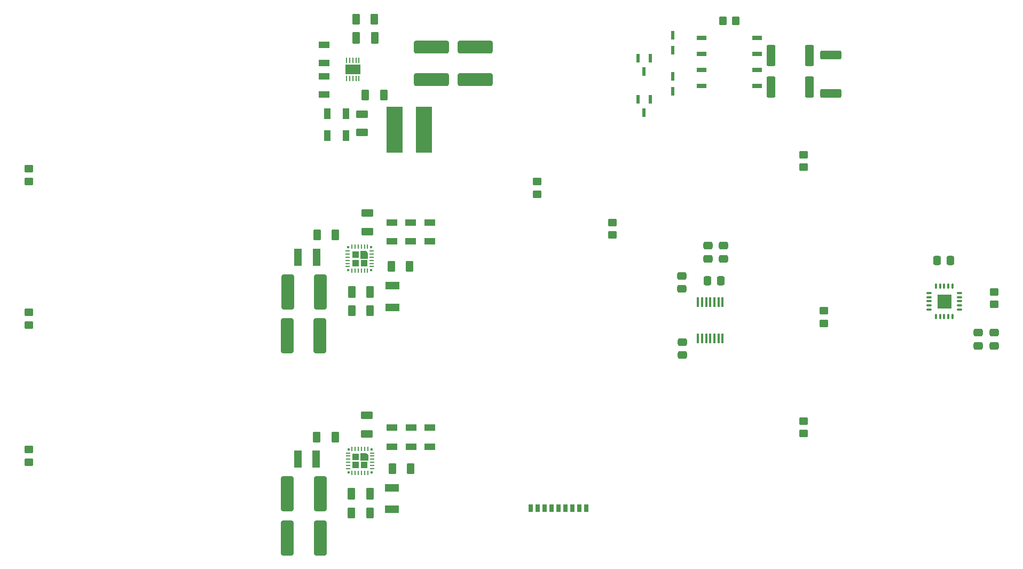
<source format=gbr>
%TF.GenerationSoftware,KiCad,Pcbnew,9.0.7*%
%TF.CreationDate,2026-02-03T01:52:57-04:00*%
%TF.ProjectId,power regulation,706f7765-7220-4726-9567-756c6174696f,1*%
%TF.SameCoordinates,Original*%
%TF.FileFunction,Paste,Top*%
%TF.FilePolarity,Positive*%
%FSLAX46Y46*%
G04 Gerber Fmt 4.6, Leading zero omitted, Abs format (unit mm)*
G04 Created by KiCad (PCBNEW 9.0.7) date 2026-02-03 01:52:57*
%MOMM*%
%LPD*%
G01*
G04 APERTURE LIST*
G04 Aperture macros list*
%AMRoundRect*
0 Rectangle with rounded corners*
0 $1 Rounding radius*
0 $2 $3 $4 $5 $6 $7 $8 $9 X,Y pos of 4 corners*
0 Add a 4 corners polygon primitive as box body*
4,1,4,$2,$3,$4,$5,$6,$7,$8,$9,$2,$3,0*
0 Add four circle primitives for the rounded corners*
1,1,$1+$1,$2,$3*
1,1,$1+$1,$4,$5*
1,1,$1+$1,$6,$7*
1,1,$1+$1,$8,$9*
0 Add four rect primitives between the rounded corners*
20,1,$1+$1,$2,$3,$4,$5,0*
20,1,$1+$1,$4,$5,$6,$7,0*
20,1,$1+$1,$6,$7,$8,$9,0*
20,1,$1+$1,$8,$9,$2,$3,0*%
G04 Aperture macros list end*
%ADD10C,0.010000*%
%ADD11R,1.803400X1.117600*%
%ADD12RoundRect,0.250000X0.450000X-0.350000X0.450000X0.350000X-0.450000X0.350000X-0.450000X-0.350000X0*%
%ADD13RoundRect,0.250000X-0.475000X0.337500X-0.475000X-0.337500X0.475000X-0.337500X0.475000X0.337500X0*%
%ADD14R,0.584200X1.473200*%
%ADD15RoundRect,0.250000X-0.750000X-2.510000X0.750000X-2.510000X0.750000X2.510000X-0.750000X2.510000X0*%
%ADD16R,1.168400X2.692400*%
%ADD17RoundRect,0.150000X0.450000X0.760000X-0.450000X0.760000X-0.450000X-0.760000X0.450000X-0.760000X0*%
%ADD18R,1.770000X1.050000*%
%ADD19R,1.050000X1.770000*%
%ADD20RoundRect,0.249999X1.425001X-0.450001X1.425001X0.450001X-1.425001X0.450001X-1.425001X-0.450001X0*%
%ADD21R,2.300000X1.250000*%
%ADD22RoundRect,0.250000X2.510000X-0.750000X2.510000X0.750000X-2.510000X0.750000X-2.510000X-0.750000X0*%
%ADD23RoundRect,0.250000X-0.350000X-0.450000X0.350000X-0.450000X0.350000X0.450000X-0.350000X0.450000X0*%
%ADD24R,0.508000X1.320800*%
%ADD25R,1.117600X1.803400*%
%ADD26RoundRect,0.150000X-0.760000X0.450000X-0.760000X-0.450000X0.760000X-0.450000X0.760000X0.450000X0*%
%ADD27RoundRect,0.145000X-0.435000X-0.740000X0.435000X-0.740000X0.435000X0.740000X-0.435000X0.740000X0*%
%ADD28R,1.770000X1.140000*%
%ADD29R,1.650000X0.700000*%
%ADD30RoundRect,0.040000X0.380000X0.120000X-0.380000X0.120000X-0.380000X-0.120000X0.380000X-0.120000X0*%
%ADD31RoundRect,0.040000X0.120000X0.380000X-0.120000X0.380000X-0.120000X-0.380000X0.120000X-0.380000X0*%
%ADD32RoundRect,0.250000X0.475000X-0.337500X0.475000X0.337500X-0.475000X0.337500X-0.475000X-0.337500X0*%
%ADD33RoundRect,0.145000X0.435000X0.740000X-0.435000X0.740000X-0.435000X-0.740000X0.435000X-0.740000X0*%
%ADD34RoundRect,0.249999X-0.450001X-1.425001X0.450001X-1.425001X0.450001X1.425001X-0.450001X1.425001X0*%
%ADD35R,0.700000X1.200000*%
%ADD36RoundRect,0.250000X0.337500X0.475000X-0.337500X0.475000X-0.337500X-0.475000X0.337500X-0.475000X0*%
%ADD37R,1.770000X1.130000*%
%ADD38RoundRect,0.250000X-0.450000X0.350000X-0.450000X-0.350000X0.450000X-0.350000X0.450000X0.350000X0*%
%ADD39R,0.250000X0.700000*%
%ADD40R,0.700000X0.250000*%
%ADD41R,1.125000X1.125000*%
%ADD42R,0.375000X0.375000*%
%ADD43R,0.254000X0.812800*%
%ADD44R,2.483491X1.558110*%
%ADD45RoundRect,0.150000X0.760000X-0.450000X0.760000X0.450000X-0.760000X0.450000X-0.760000X-0.450000X0*%
%ADD46RoundRect,0.051250X-0.153750X0.698750X-0.153750X-0.698750X0.153750X-0.698750X0.153750X0.698750X0*%
%ADD47RoundRect,0.150000X-0.450000X-0.760000X0.450000X-0.760000X0.450000X0.760000X-0.450000X0.760000X0*%
%ADD48R,2.590800X7.289800*%
G04 APERTURE END LIST*
D10*
%TO.C,U6*%
X225530000Y-93530000D02*
X223470000Y-93530000D01*
X223470000Y-91470000D01*
X225530000Y-91470000D01*
X225530000Y-93530000D01*
G36*
X225530000Y-93530000D02*
G01*
X223470000Y-93530000D01*
X223470000Y-91470000D01*
X225530000Y-91470000D01*
X225530000Y-93530000D01*
G37*
%TO.C,U2*%
X133037500Y-84808000D02*
X133037500Y-85650000D01*
X131912500Y-85650000D01*
X131912500Y-84525000D01*
X132754500Y-84525000D01*
X133037500Y-84808000D01*
G36*
X133037500Y-84808000D02*
G01*
X133037500Y-85650000D01*
X131912500Y-85650000D01*
X131912500Y-84525000D01*
X132754500Y-84525000D01*
X133037500Y-84808000D01*
G37*
%TO.C,U1*%
X133084500Y-116865500D02*
X133084500Y-117707500D01*
X131959500Y-117707500D01*
X131959500Y-116582500D01*
X132801500Y-116582500D01*
X133084500Y-116865500D01*
G36*
X133084500Y-116865500D02*
G01*
X133084500Y-117707500D01*
X131959500Y-117707500D01*
X131959500Y-116582500D01*
X132801500Y-116582500D01*
X133084500Y-116865500D01*
G37*
%TD*%
D11*
%TO.C,C26*%
X139912500Y-80001400D03*
X139912500Y-82998600D03*
%TD*%
D12*
%TO.C,RB2*%
X79337500Y-96250000D03*
X79337500Y-94250000D03*
%TD*%
D13*
%TO.C,C40*%
X229912500Y-97462500D03*
X229912500Y-99537500D03*
%TD*%
D14*
%TO.C,M1*%
X177862501Y-53933200D03*
X175962499Y-53933200D03*
X176912500Y-56066800D03*
%TD*%
D15*
%TO.C,C3*%
X120290000Y-98000000D03*
X125500000Y-98000000D03*
%TD*%
D16*
%TO.C,L1*%
X124932700Y-117557500D03*
X121986300Y-117557500D03*
%TD*%
D17*
%TO.C,C13*%
X133419500Y-123057500D03*
X130499500Y-123057500D03*
%TD*%
D18*
%TO.C,R23*%
X142912500Y-82970000D03*
X142912500Y-80000000D03*
%TD*%
D19*
%TO.C,R32*%
X129647500Y-62750000D03*
X126677500Y-62750000D03*
%TD*%
D20*
%TO.C,Rref*%
X206500000Y-59550000D03*
X206500000Y-53450000D03*
%TD*%
D21*
%TO.C,R11*%
X136959500Y-122057500D03*
X136959500Y-125507500D03*
%TD*%
D22*
%TO.C,C31*%
X143162500Y-57355000D03*
X143162500Y-52145000D03*
%TD*%
D11*
%TO.C,C16*%
X139959500Y-112558900D03*
X139959500Y-115556100D03*
%TD*%
D23*
%TO.C,R_sink3*%
X189412500Y-48000000D03*
X191412500Y-48000000D03*
%TD*%
D24*
%TO.C,D2*%
X181412500Y-56806200D03*
X181412500Y-59193800D03*
%TD*%
D12*
%TO.C,R_sink2*%
X159912500Y-75500000D03*
X159912500Y-73500000D03*
%TD*%
D13*
%TO.C,C35*%
X182912500Y-88462500D03*
X182912500Y-90537500D03*
%TD*%
D25*
%TO.C,C32*%
X129661100Y-66250000D03*
X126663900Y-66250000D03*
%TD*%
D26*
%TO.C,C17*%
X132959500Y-110597500D03*
X132959500Y-113517500D03*
%TD*%
D27*
%TO.C,C29*%
X125047000Y-82000000D03*
X127953000Y-82000000D03*
%TD*%
D28*
%TO.C,R31*%
X126162500Y-51810000D03*
X126162500Y-54690000D03*
%TD*%
D29*
%TO.C,U4*%
X185987500Y-50690000D03*
X185987500Y-53230000D03*
X185987500Y-55770000D03*
X185987500Y-58310000D03*
X194837500Y-58310000D03*
X194837500Y-55770000D03*
X194837500Y-53230000D03*
X194837500Y-50690000D03*
%TD*%
D30*
%TO.C,U6*%
X226935000Y-93800000D03*
X226935000Y-93150000D03*
X226935000Y-92500000D03*
X226935000Y-91850000D03*
X226935000Y-91200000D03*
D31*
X225800000Y-90065000D03*
X225150000Y-90065000D03*
X224500000Y-90065000D03*
X223850000Y-90065000D03*
X223200000Y-90065000D03*
D30*
X222065000Y-91200000D03*
X222065000Y-91850000D03*
X222065000Y-92500000D03*
X222065000Y-93150000D03*
X222065000Y-93800000D03*
D31*
X223200000Y-94935000D03*
X223850000Y-94935000D03*
X224500000Y-94935000D03*
X225150000Y-94935000D03*
X225800000Y-94935000D03*
%TD*%
D32*
%TO.C,C39*%
X232412500Y-99537500D03*
X232412500Y-97462500D03*
%TD*%
D33*
%TO.C,C33*%
X135615500Y-59750000D03*
X132709500Y-59750000D03*
%TD*%
D34*
%TO.C,Rh2*%
X197000000Y-58500000D03*
X203100000Y-58500000D03*
%TD*%
D18*
%TO.C,R13*%
X142959500Y-115541100D03*
X142959500Y-112571100D03*
%TD*%
D33*
%TO.C,C25*%
X139750000Y-87000000D03*
X136844000Y-87000000D03*
%TD*%
D35*
%TO.C,SD_Reader*%
X167750000Y-125300000D03*
X166650000Y-125300000D03*
X165550000Y-125300000D03*
X164450000Y-125300000D03*
X163350000Y-125300000D03*
X162250000Y-125300000D03*
X161150000Y-125300000D03*
X160050000Y-125300000D03*
X158950000Y-125300000D03*
%TD*%
D13*
%TO.C,C30*%
X183000000Y-98962500D03*
X183000000Y-101037500D03*
%TD*%
%TO.C,C36*%
X187012500Y-83692500D03*
X187012500Y-85767500D03*
%TD*%
D34*
%TO.C,Rh1*%
X197000000Y-53500000D03*
X203100000Y-53500000D03*
%TD*%
D36*
%TO.C,C37*%
X189050000Y-89230000D03*
X186975000Y-89230000D03*
%TD*%
D12*
%TO.C,RB1*%
X79337500Y-73500000D03*
X79337500Y-71500000D03*
%TD*%
D16*
%TO.C,L2*%
X125000000Y-85500000D03*
X122053600Y-85500000D03*
%TD*%
D37*
%TO.C,R33*%
X126162500Y-59670000D03*
X126162500Y-56830000D03*
%TD*%
D38*
%TO.C,Rref*%
X232412500Y-91000000D03*
X232412500Y-93000000D03*
%TD*%
D39*
%TO.C,U2*%
X133062500Y-83850000D03*
X132562500Y-83850000D03*
X132062500Y-83850000D03*
X131562500Y-83850000D03*
X131062500Y-83850000D03*
X130562500Y-83850000D03*
D40*
X129912500Y-84500000D03*
X129912500Y-85000000D03*
X129912500Y-85500000D03*
X129912500Y-86000000D03*
X129912500Y-86500000D03*
X129912500Y-87000000D03*
D39*
X130562500Y-87650000D03*
X131062500Y-87650000D03*
X131562500Y-87650000D03*
X132062500Y-87650000D03*
X132562500Y-87650000D03*
X133062500Y-87650000D03*
D40*
X133712500Y-87000000D03*
X133712500Y-86500000D03*
X133712500Y-86000000D03*
X133712500Y-85500000D03*
X133712500Y-85000000D03*
X133712500Y-84500000D03*
D41*
X132475000Y-86412500D03*
X131150000Y-85087500D03*
X131150000Y-86412500D03*
D42*
X133625000Y-83937500D03*
X133625000Y-87562500D03*
X130000000Y-83937500D03*
X130000000Y-87562500D03*
%TD*%
D43*
%TO.C,U3*%
X131709500Y-54250000D03*
X131209498Y-54250000D03*
X130709499Y-54250000D03*
X130209500Y-54250000D03*
X129709498Y-54250000D03*
X129709498Y-57145600D03*
X130209500Y-57145600D03*
X130709499Y-57145600D03*
X131209498Y-57145600D03*
X131709500Y-57145600D03*
D44*
X130706647Y-55677906D03*
%TD*%
D45*
%TO.C,C34*%
X132162500Y-65710000D03*
X132162500Y-62790000D03*
%TD*%
D15*
%TO.C,C28*%
X120395000Y-91000000D03*
X125605000Y-91000000D03*
%TD*%
D17*
%TO.C,C23*%
X133460000Y-91000000D03*
X130540000Y-91000000D03*
%TD*%
D18*
%TO.C,R12*%
X136959500Y-112571100D03*
X136959500Y-115541100D03*
%TD*%
D26*
%TO.C,C27*%
X133000000Y-78500000D03*
X133000000Y-81420000D03*
%TD*%
D27*
%TO.C,C7*%
X131209500Y-47750000D03*
X134115500Y-47750000D03*
%TD*%
D12*
%TO.C,RB3*%
X79337500Y-118000000D03*
X79337500Y-116000000D03*
%TD*%
%TO.C,RB4*%
X202162500Y-71250000D03*
X202162500Y-69250000D03*
%TD*%
D27*
%TO.C,C19*%
X125006500Y-114057500D03*
X127912500Y-114057500D03*
%TD*%
D46*
%TO.C,U5*%
X189362500Y-92615000D03*
X188712500Y-92615000D03*
X188062500Y-92615000D03*
X187412500Y-92615000D03*
X186762500Y-92615000D03*
X186112500Y-92615000D03*
X185462500Y-92615000D03*
X185462500Y-98385000D03*
X186112500Y-98385000D03*
X186762500Y-98385000D03*
X187412500Y-98385000D03*
X188062500Y-98385000D03*
X188712500Y-98385000D03*
X189362500Y-98385000D03*
%TD*%
D21*
%TO.C,R21*%
X137000000Y-90000000D03*
X137000000Y-93450000D03*
%TD*%
D33*
%TO.C,C15*%
X139912500Y-119057500D03*
X137006500Y-119057500D03*
%TD*%
D12*
%TO.C,RB5*%
X205412500Y-96000000D03*
X205412500Y-94000000D03*
%TD*%
D22*
%TO.C,C4*%
X150162500Y-57355000D03*
X150162500Y-52145000D03*
%TD*%
D47*
%TO.C,C1*%
X131249500Y-50750000D03*
X134169500Y-50750000D03*
%TD*%
D27*
%TO.C,C6*%
X130547000Y-94000000D03*
X133453000Y-94000000D03*
%TD*%
D15*
%TO.C,C2*%
X120354500Y-130057500D03*
X125564500Y-130057500D03*
%TD*%
D14*
%TO.C,M2*%
X177862501Y-60433200D03*
X175962499Y-60433200D03*
X176912500Y-62566800D03*
%TD*%
D38*
%TO.C,RB6*%
X202162500Y-111500000D03*
X202162500Y-113500000D03*
%TD*%
D18*
%TO.C,R22*%
X136912500Y-80015000D03*
X136912500Y-82985000D03*
%TD*%
D12*
%TO.C,R_sink1*%
X171912500Y-82000000D03*
X171912500Y-80000000D03*
%TD*%
D36*
%TO.C,C41*%
X225450000Y-86000000D03*
X223375000Y-86000000D03*
%TD*%
D48*
%TO.C,L3*%
X137313000Y-65250000D03*
X142012000Y-65250000D03*
%TD*%
D24*
%TO.C,D1*%
X181412500Y-50306200D03*
X181412500Y-52693800D03*
%TD*%
D15*
%TO.C,C18*%
X120354500Y-123057500D03*
X125564500Y-123057500D03*
%TD*%
D32*
%TO.C,C38*%
X189512500Y-85767500D03*
X189512500Y-83692500D03*
%TD*%
D27*
%TO.C,C5*%
X130506500Y-126057500D03*
X133412500Y-126057500D03*
%TD*%
D39*
%TO.C,U1*%
X133109500Y-115907500D03*
X132609500Y-115907500D03*
X132109500Y-115907500D03*
X131609500Y-115907500D03*
X131109500Y-115907500D03*
X130609500Y-115907500D03*
D40*
X129959500Y-116557500D03*
X129959500Y-117057500D03*
X129959500Y-117557500D03*
X129959500Y-118057500D03*
X129959500Y-118557500D03*
X129959500Y-119057500D03*
D39*
X130609500Y-119707500D03*
X131109500Y-119707500D03*
X131609500Y-119707500D03*
X132109500Y-119707500D03*
X132609500Y-119707500D03*
X133109500Y-119707500D03*
D40*
X133759500Y-119057500D03*
X133759500Y-118557500D03*
X133759500Y-118057500D03*
X133759500Y-117557500D03*
X133759500Y-117057500D03*
X133759500Y-116557500D03*
D41*
X132522000Y-118470000D03*
X131197000Y-117145000D03*
X131197000Y-118470000D03*
D42*
X133672000Y-115995000D03*
X133672000Y-119620000D03*
X130047000Y-115995000D03*
X130047000Y-119620000D03*
%TD*%
M02*

</source>
